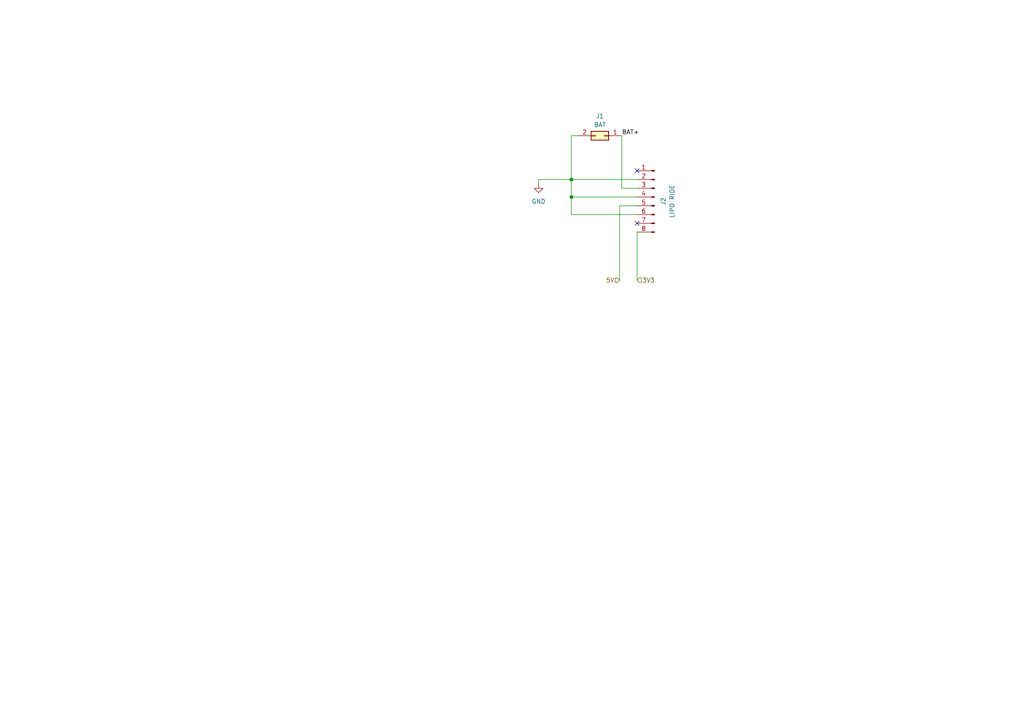
<source format=kicad_sch>
(kicad_sch (version 20230121) (generator eeschema)
  (paper "A4")
  (lib_symbols
    (symbol "Connector:Conn_01x08_Pin" (pin_names (offset 1.016) hide)
      (property "Reference" "J" (at 0 10.16 0))
      (property "Value" "Conn_01x08_Pin" (at 0 -12.7 0))
      (symbol "Conn_01x08_Pin_1_1"
        (polyline (pts (xy 1.27 -10.16) (xy 0.8636 -10.16)) (stroke (width 0.1524)))
        (polyline (pts (xy 1.27 -7.62) (xy 0.8636 -7.62)) (stroke (width 0.1524)))
        (polyline (pts (xy 1.27 -5.08) (xy 0.8636 -5.08)) (stroke (width 0.1524)))
        (polyline (pts (xy 1.27 -2.54) (xy 0.8636 -2.54)) (stroke (width 0.1524)))
        (polyline (pts (xy 1.27 0) (xy 0.8636 0)) (stroke (width 0.1524)))
        (polyline (pts (xy 1.27 2.54) (xy 0.8636 2.54)) (stroke (width 0.1524)))
        (polyline (pts (xy 1.27 5.08) (xy 0.8636 5.08)) (stroke (width 0.1524)))
        (polyline (pts (xy 1.27 7.62) (xy 0.8636 7.62)) (stroke (width 0.1524)))
        (rectangle (start 0.8636 -10.033) (end 0 -10.287) (stroke (width 0.1524)) (fill (type outline)))
        (rectangle (start 0.8636 -7.493) (end 0 -7.747) (stroke (width 0.1524)) (fill (type outline)))
        (rectangle (start 0.8636 -4.953) (end 0 -5.207) (stroke (width 0.1524)) (fill (type outline)))
        (rectangle (start 0.8636 -2.413) (end 0 -2.667) (stroke (width 0.1524)) (fill (type outline)))
        (rectangle (start 0.8636 0.127) (end 0 -0.127) (stroke (width 0.1524)) (fill (type outline)))
        (rectangle (start 0.8636 2.667) (end 0 2.413) (stroke (width 0.1524)) (fill (type outline)))
        (rectangle (start 0.8636 5.207) (end 0 4.953) (stroke (width 0.1524)) (fill (type outline)))
        (rectangle (start 0.8636 7.747) (end 0 7.493) (stroke (width 0.1524)) (fill (type outline)))
        (pin passive line (at 5.08 7.62 180) (length 3.81) (name "Pin_1") (number "1"))
        (pin passive line (at 5.08 5.08 180) (length 3.81) (name "Pin_2") (number "2"))
        (pin passive line (at 5.08 2.54 180) (length 3.81) (name "Pin_3") (number "3"))
        (pin passive line (at 5.08 0 180) (length 3.81) (name "Pin_4") (number "4"))
        (pin passive line (at 5.08 -2.54 180) (length 3.81) (name "Pin_5") (number "5"))
        (pin passive line (at 5.08 -5.08 180) (length 3.81) (name "Pin_6") (number "6"))
        (pin passive line (at 5.08 -7.62 180) (length 3.81) (name "Pin_7") (number "7"))
        (pin passive line (at 5.08 -10.16 180) (length 3.81) (name "Pin_8") (number "8"))
      )
    )
    (symbol "Connector_Generic:Conn_02x01" (pin_names (offset 1.016) hide)
      (property "Reference" "J" (at 1.27 2.54 0))
      (property "Value" "Conn_02x01" (at 1.27 -2.54 0))
      (symbol "Conn_02x01_1_1"
        (rectangle (start -1.27 0.127) (end 0 -0.127) (stroke (width 0.1524)))
        (rectangle (start -1.27 1.27) (end 3.81 -1.27) (stroke (width 0.254)) (fill (type background)))
        (rectangle (start 3.81 0.127) (end 2.54 -0.127) (stroke (width 0.1524)))
        (pin passive line (at -5.08 0 0) (length 3.81) (name "Pin_1") (number "1"))
        (pin passive line (at 7.62 0 180) (length 3.81) (name "Pin_2") (number "2"))
      )
    )
    (symbol "power:GND" (power) (pin_names (offset 0))
      (property "Value" "GND" (at 0 -3.81 0))
      (symbol "GND_0_1"
        (polyline (pts (xy 0 0) (xy 0 -1.27) (xy 1.27 -1.27) (xy 0 -2.54) (xy -1.27 -1.27) (xy 0 -1.27)))
      )
      (symbol "GND_1_1"
        (pin power_in line (at 0 0 270) (length 0) hide (name "GND") (number "1"))
      )
    )
  )
  (junction (at 165.735 52.07))
  (junction (at 165.735 57.15))
  (no_connect (at 184.785 64.77))
  (no_connect (at 184.785 49.53))
  (wire (pts (xy 184.785 62.23) (xy 165.735 62.23)))
  (wire (pts (xy 165.735 57.15) (xy 165.735 62.23)))
  (wire (pts (xy 165.735 57.15) (xy 184.785 57.15)))
  (wire (pts (xy 165.735 39.37) (xy 167.64 39.37)))
  (wire (pts (xy 179.705 59.69) (xy 179.705 81.28)))
  (wire (pts (xy 184.785 67.31) (xy 184.785 81.28)))
  (wire (pts (xy 165.735 52.07) (xy 184.785 52.07)))
  (wire (pts (xy 156.21 52.07) (xy 165.735 52.07)))
  (wire (pts (xy 184.785 59.69) (xy 179.705 59.69)))
  (wire (pts (xy 156.21 52.07) (xy 156.21 53.34)))
  (wire (pts (xy 180.34 54.61) (xy 180.34 39.37)))
  (wire (pts (xy 184.785 54.61) (xy 180.34 54.61)))
  (wire (pts (xy 165.735 39.37) (xy 165.735 52.07)))
  (wire (pts (xy 165.735 52.07) (xy 165.735 57.15)))
  (label "BAT+" (at 180.34 39.37 0))
  (hierarchical_label "5V" (shape input) (at 179.705 81.28 180))
  (hierarchical_label "3V3" (shape input) (at 184.785 81.28 0))
  (symbol (lib_id "power:GND") (at 156.21 53.34 0) (unit 1)
    (property "Reference" "#PWR01" (effects hide))
    (property "Value" "GND" (at 156.21 58.42 0))
  )
  (symbol (lib_id "Connector_Generic:Conn_02x01") (at 175.26 39.37 0) (mirror y) (unit 1)
    (property "Reference" "J1" (at 173.99 33.655 0))
    (property "Value" "BAT" (at 173.99 36.195 0))
    (property "Footprint" "Connector_PinSocket_2.54mm:PinSocket_2x01_P2.54mm_Vertical" (effects hide))
  )
  (symbol (lib_id "Connector:Conn_01x08_Pin") (at 189.865 57.15 0) (mirror y) (unit 1)
    (property "Reference" "J2" (at 192.405 58.42 90))
    (property "Value" "LIPO RIDE" (at 194.945 58.42 90))
    (property "Footprint" "Connector_PinSocket_2.54mm:PinSocket_1x08_P2.54mm_Vertical" (effects hide))
  )
)
</source>
